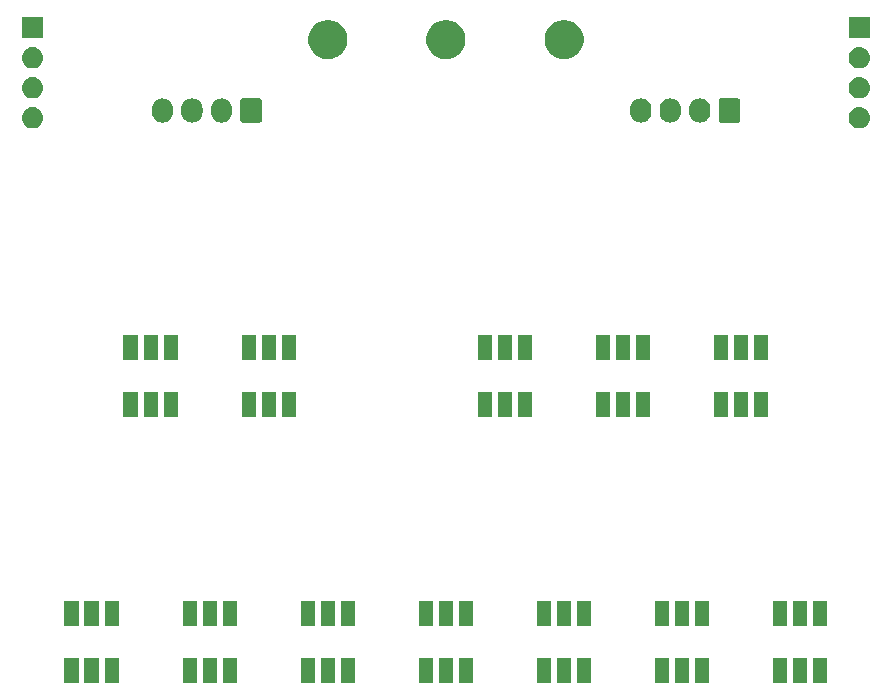
<source format=gbr>
G04 #@! TF.GenerationSoftware,KiCad,Pcbnew,(5.1.0)-1*
G04 #@! TF.CreationDate,2019-04-08T11:36:16+09:00*
G04 #@! TF.ProjectId,APA102,41504131-3032-42e6-9b69-6361645f7063,rev?*
G04 #@! TF.SameCoordinates,Original*
G04 #@! TF.FileFunction,Soldermask,Top*
G04 #@! TF.FilePolarity,Negative*
%FSLAX46Y46*%
G04 Gerber Fmt 4.6, Leading zero omitted, Abs format (unit mm)*
G04 Created by KiCad (PCBNEW (5.1.0)-1) date 2019-04-08 11:36:16*
%MOMM*%
%LPD*%
G04 APERTURE LIST*
%ADD10C,0.100000*%
G04 APERTURE END LIST*
D10*
G36*
X155601000Y-89451000D02*
G01*
X154399000Y-89451000D01*
X154399000Y-87349000D01*
X155601000Y-87349000D01*
X155601000Y-89451000D01*
X155601000Y-89451000D01*
G37*
G36*
X123901000Y-89451000D02*
G01*
X122699000Y-89451000D01*
X122699000Y-87349000D01*
X123901000Y-87349000D01*
X123901000Y-89451000D01*
X123901000Y-89451000D01*
G37*
G36*
X153901000Y-89451000D02*
G01*
X152699000Y-89451000D01*
X152699000Y-87349000D01*
X153901000Y-87349000D01*
X153901000Y-89451000D01*
X153901000Y-89451000D01*
G37*
G36*
X163901000Y-89451000D02*
G01*
X162699000Y-89451000D01*
X162699000Y-87349000D01*
X163901000Y-87349000D01*
X163901000Y-89451000D01*
X163901000Y-89451000D01*
G37*
G36*
X167301000Y-89451000D02*
G01*
X166099000Y-89451000D01*
X166099000Y-87349000D01*
X167301000Y-87349000D01*
X167301000Y-89451000D01*
X167301000Y-89451000D01*
G37*
G36*
X103901000Y-89451000D02*
G01*
X102699000Y-89451000D01*
X102699000Y-87349000D01*
X103901000Y-87349000D01*
X103901000Y-89451000D01*
X103901000Y-89451000D01*
G37*
G36*
X105601000Y-89451000D02*
G01*
X104399000Y-89451000D01*
X104399000Y-87349000D01*
X105601000Y-87349000D01*
X105601000Y-89451000D01*
X105601000Y-89451000D01*
G37*
G36*
X107301000Y-89451000D02*
G01*
X106099000Y-89451000D01*
X106099000Y-87349000D01*
X107301000Y-87349000D01*
X107301000Y-89451000D01*
X107301000Y-89451000D01*
G37*
G36*
X113901000Y-89451000D02*
G01*
X112699000Y-89451000D01*
X112699000Y-87349000D01*
X113901000Y-87349000D01*
X113901000Y-89451000D01*
X113901000Y-89451000D01*
G37*
G36*
X115601000Y-89451000D02*
G01*
X114399000Y-89451000D01*
X114399000Y-87349000D01*
X115601000Y-87349000D01*
X115601000Y-89451000D01*
X115601000Y-89451000D01*
G37*
G36*
X117301000Y-89451000D02*
G01*
X116099000Y-89451000D01*
X116099000Y-87349000D01*
X117301000Y-87349000D01*
X117301000Y-89451000D01*
X117301000Y-89451000D01*
G37*
G36*
X125601000Y-89451000D02*
G01*
X124399000Y-89451000D01*
X124399000Y-87349000D01*
X125601000Y-87349000D01*
X125601000Y-89451000D01*
X125601000Y-89451000D01*
G37*
G36*
X127301000Y-89451000D02*
G01*
X126099000Y-89451000D01*
X126099000Y-87349000D01*
X127301000Y-87349000D01*
X127301000Y-89451000D01*
X127301000Y-89451000D01*
G37*
G36*
X137301000Y-89451000D02*
G01*
X136099000Y-89451000D01*
X136099000Y-87349000D01*
X137301000Y-87349000D01*
X137301000Y-89451000D01*
X137301000Y-89451000D01*
G37*
G36*
X135601000Y-89451000D02*
G01*
X134399000Y-89451000D01*
X134399000Y-87349000D01*
X135601000Y-87349000D01*
X135601000Y-89451000D01*
X135601000Y-89451000D01*
G37*
G36*
X133901000Y-89451000D02*
G01*
X132699000Y-89451000D01*
X132699000Y-87349000D01*
X133901000Y-87349000D01*
X133901000Y-89451000D01*
X133901000Y-89451000D01*
G37*
G36*
X147301000Y-89451000D02*
G01*
X146099000Y-89451000D01*
X146099000Y-87349000D01*
X147301000Y-87349000D01*
X147301000Y-89451000D01*
X147301000Y-89451000D01*
G37*
G36*
X145601000Y-89451000D02*
G01*
X144399000Y-89451000D01*
X144399000Y-87349000D01*
X145601000Y-87349000D01*
X145601000Y-89451000D01*
X145601000Y-89451000D01*
G37*
G36*
X143901000Y-89451000D02*
G01*
X142699000Y-89451000D01*
X142699000Y-87349000D01*
X143901000Y-87349000D01*
X143901000Y-89451000D01*
X143901000Y-89451000D01*
G37*
G36*
X157301000Y-89451000D02*
G01*
X156099000Y-89451000D01*
X156099000Y-87349000D01*
X157301000Y-87349000D01*
X157301000Y-89451000D01*
X157301000Y-89451000D01*
G37*
G36*
X165601000Y-89451000D02*
G01*
X164399000Y-89451000D01*
X164399000Y-87349000D01*
X165601000Y-87349000D01*
X165601000Y-89451000D01*
X165601000Y-89451000D01*
G37*
G36*
X133901000Y-84651000D02*
G01*
X132699000Y-84651000D01*
X132699000Y-82549000D01*
X133901000Y-82549000D01*
X133901000Y-84651000D01*
X133901000Y-84651000D01*
G37*
G36*
X135601000Y-84651000D02*
G01*
X134399000Y-84651000D01*
X134399000Y-82549000D01*
X135601000Y-82549000D01*
X135601000Y-84651000D01*
X135601000Y-84651000D01*
G37*
G36*
X137301000Y-84651000D02*
G01*
X136099000Y-84651000D01*
X136099000Y-82549000D01*
X137301000Y-82549000D01*
X137301000Y-84651000D01*
X137301000Y-84651000D01*
G37*
G36*
X143901000Y-84651000D02*
G01*
X142699000Y-84651000D01*
X142699000Y-82549000D01*
X143901000Y-82549000D01*
X143901000Y-84651000D01*
X143901000Y-84651000D01*
G37*
G36*
X145601000Y-84651000D02*
G01*
X144399000Y-84651000D01*
X144399000Y-82549000D01*
X145601000Y-82549000D01*
X145601000Y-84651000D01*
X145601000Y-84651000D01*
G37*
G36*
X147301000Y-84651000D02*
G01*
X146099000Y-84651000D01*
X146099000Y-82549000D01*
X147301000Y-82549000D01*
X147301000Y-84651000D01*
X147301000Y-84651000D01*
G37*
G36*
X153901000Y-84651000D02*
G01*
X152699000Y-84651000D01*
X152699000Y-82549000D01*
X153901000Y-82549000D01*
X153901000Y-84651000D01*
X153901000Y-84651000D01*
G37*
G36*
X155601000Y-84651000D02*
G01*
X154399000Y-84651000D01*
X154399000Y-82549000D01*
X155601000Y-82549000D01*
X155601000Y-84651000D01*
X155601000Y-84651000D01*
G37*
G36*
X157301000Y-84651000D02*
G01*
X156099000Y-84651000D01*
X156099000Y-82549000D01*
X157301000Y-82549000D01*
X157301000Y-84651000D01*
X157301000Y-84651000D01*
G37*
G36*
X163901000Y-84651000D02*
G01*
X162699000Y-84651000D01*
X162699000Y-82549000D01*
X163901000Y-82549000D01*
X163901000Y-84651000D01*
X163901000Y-84651000D01*
G37*
G36*
X103901000Y-84651000D02*
G01*
X102699000Y-84651000D01*
X102699000Y-82549000D01*
X103901000Y-82549000D01*
X103901000Y-84651000D01*
X103901000Y-84651000D01*
G37*
G36*
X125601000Y-84651000D02*
G01*
X124399000Y-84651000D01*
X124399000Y-82549000D01*
X125601000Y-82549000D01*
X125601000Y-84651000D01*
X125601000Y-84651000D01*
G37*
G36*
X127301000Y-84651000D02*
G01*
X126099000Y-84651000D01*
X126099000Y-82549000D01*
X127301000Y-82549000D01*
X127301000Y-84651000D01*
X127301000Y-84651000D01*
G37*
G36*
X167301000Y-84651000D02*
G01*
X166099000Y-84651000D01*
X166099000Y-82549000D01*
X167301000Y-82549000D01*
X167301000Y-84651000D01*
X167301000Y-84651000D01*
G37*
G36*
X107301000Y-84651000D02*
G01*
X106099000Y-84651000D01*
X106099000Y-82549000D01*
X107301000Y-82549000D01*
X107301000Y-84651000D01*
X107301000Y-84651000D01*
G37*
G36*
X105601000Y-84651000D02*
G01*
X104399000Y-84651000D01*
X104399000Y-82549000D01*
X105601000Y-82549000D01*
X105601000Y-84651000D01*
X105601000Y-84651000D01*
G37*
G36*
X165601000Y-84651000D02*
G01*
X164399000Y-84651000D01*
X164399000Y-82549000D01*
X165601000Y-82549000D01*
X165601000Y-84651000D01*
X165601000Y-84651000D01*
G37*
G36*
X117301000Y-84651000D02*
G01*
X116099000Y-84651000D01*
X116099000Y-82549000D01*
X117301000Y-82549000D01*
X117301000Y-84651000D01*
X117301000Y-84651000D01*
G37*
G36*
X115601000Y-84651000D02*
G01*
X114399000Y-84651000D01*
X114399000Y-82549000D01*
X115601000Y-82549000D01*
X115601000Y-84651000D01*
X115601000Y-84651000D01*
G37*
G36*
X113901000Y-84651000D02*
G01*
X112699000Y-84651000D01*
X112699000Y-82549000D01*
X113901000Y-82549000D01*
X113901000Y-84651000D01*
X113901000Y-84651000D01*
G37*
G36*
X123901000Y-84651000D02*
G01*
X122699000Y-84651000D01*
X122699000Y-82549000D01*
X123901000Y-82549000D01*
X123901000Y-84651000D01*
X123901000Y-84651000D01*
G37*
G36*
X112301000Y-66951000D02*
G01*
X111099000Y-66951000D01*
X111099000Y-64849000D01*
X112301000Y-64849000D01*
X112301000Y-66951000D01*
X112301000Y-66951000D01*
G37*
G36*
X120601000Y-66951000D02*
G01*
X119399000Y-66951000D01*
X119399000Y-64849000D01*
X120601000Y-64849000D01*
X120601000Y-66951000D01*
X120601000Y-66951000D01*
G37*
G36*
X118901000Y-66951000D02*
G01*
X117699000Y-66951000D01*
X117699000Y-64849000D01*
X118901000Y-64849000D01*
X118901000Y-66951000D01*
X118901000Y-66951000D01*
G37*
G36*
X152301000Y-66951000D02*
G01*
X151099000Y-66951000D01*
X151099000Y-64849000D01*
X152301000Y-64849000D01*
X152301000Y-66951000D01*
X152301000Y-66951000D01*
G37*
G36*
X162301000Y-66951000D02*
G01*
X161099000Y-66951000D01*
X161099000Y-64849000D01*
X162301000Y-64849000D01*
X162301000Y-66951000D01*
X162301000Y-66951000D01*
G37*
G36*
X148901000Y-66951000D02*
G01*
X147699000Y-66951000D01*
X147699000Y-64849000D01*
X148901000Y-64849000D01*
X148901000Y-66951000D01*
X148901000Y-66951000D01*
G37*
G36*
X142301000Y-66951000D02*
G01*
X141099000Y-66951000D01*
X141099000Y-64849000D01*
X142301000Y-64849000D01*
X142301000Y-66951000D01*
X142301000Y-66951000D01*
G37*
G36*
X140601000Y-66951000D02*
G01*
X139399000Y-66951000D01*
X139399000Y-64849000D01*
X140601000Y-64849000D01*
X140601000Y-66951000D01*
X140601000Y-66951000D01*
G37*
G36*
X122301000Y-66951000D02*
G01*
X121099000Y-66951000D01*
X121099000Y-64849000D01*
X122301000Y-64849000D01*
X122301000Y-66951000D01*
X122301000Y-66951000D01*
G37*
G36*
X108901000Y-66951000D02*
G01*
X107699000Y-66951000D01*
X107699000Y-64849000D01*
X108901000Y-64849000D01*
X108901000Y-66951000D01*
X108901000Y-66951000D01*
G37*
G36*
X110601000Y-66951000D02*
G01*
X109399000Y-66951000D01*
X109399000Y-64849000D01*
X110601000Y-64849000D01*
X110601000Y-66951000D01*
X110601000Y-66951000D01*
G37*
G36*
X160601000Y-66951000D02*
G01*
X159399000Y-66951000D01*
X159399000Y-64849000D01*
X160601000Y-64849000D01*
X160601000Y-66951000D01*
X160601000Y-66951000D01*
G37*
G36*
X158901000Y-66951000D02*
G01*
X157699000Y-66951000D01*
X157699000Y-64849000D01*
X158901000Y-64849000D01*
X158901000Y-66951000D01*
X158901000Y-66951000D01*
G37*
G36*
X150601000Y-66951000D02*
G01*
X149399000Y-66951000D01*
X149399000Y-64849000D01*
X150601000Y-64849000D01*
X150601000Y-66951000D01*
X150601000Y-66951000D01*
G37*
G36*
X138901000Y-66951000D02*
G01*
X137699000Y-66951000D01*
X137699000Y-64849000D01*
X138901000Y-64849000D01*
X138901000Y-66951000D01*
X138901000Y-66951000D01*
G37*
G36*
X112301000Y-62151000D02*
G01*
X111099000Y-62151000D01*
X111099000Y-60049000D01*
X112301000Y-60049000D01*
X112301000Y-62151000D01*
X112301000Y-62151000D01*
G37*
G36*
X118901000Y-62151000D02*
G01*
X117699000Y-62151000D01*
X117699000Y-60049000D01*
X118901000Y-60049000D01*
X118901000Y-62151000D01*
X118901000Y-62151000D01*
G37*
G36*
X122301000Y-62151000D02*
G01*
X121099000Y-62151000D01*
X121099000Y-60049000D01*
X122301000Y-60049000D01*
X122301000Y-62151000D01*
X122301000Y-62151000D01*
G37*
G36*
X110601000Y-62151000D02*
G01*
X109399000Y-62151000D01*
X109399000Y-60049000D01*
X110601000Y-60049000D01*
X110601000Y-62151000D01*
X110601000Y-62151000D01*
G37*
G36*
X108901000Y-62151000D02*
G01*
X107699000Y-62151000D01*
X107699000Y-60049000D01*
X108901000Y-60049000D01*
X108901000Y-62151000D01*
X108901000Y-62151000D01*
G37*
G36*
X120601000Y-62151000D02*
G01*
X119399000Y-62151000D01*
X119399000Y-60049000D01*
X120601000Y-60049000D01*
X120601000Y-62151000D01*
X120601000Y-62151000D01*
G37*
G36*
X152301000Y-62151000D02*
G01*
X151099000Y-62151000D01*
X151099000Y-60049000D01*
X152301000Y-60049000D01*
X152301000Y-62151000D01*
X152301000Y-62151000D01*
G37*
G36*
X138901000Y-62151000D02*
G01*
X137699000Y-62151000D01*
X137699000Y-60049000D01*
X138901000Y-60049000D01*
X138901000Y-62151000D01*
X138901000Y-62151000D01*
G37*
G36*
X142301000Y-62151000D02*
G01*
X141099000Y-62151000D01*
X141099000Y-60049000D01*
X142301000Y-60049000D01*
X142301000Y-62151000D01*
X142301000Y-62151000D01*
G37*
G36*
X162301000Y-62151000D02*
G01*
X161099000Y-62151000D01*
X161099000Y-60049000D01*
X162301000Y-60049000D01*
X162301000Y-62151000D01*
X162301000Y-62151000D01*
G37*
G36*
X160601000Y-62151000D02*
G01*
X159399000Y-62151000D01*
X159399000Y-60049000D01*
X160601000Y-60049000D01*
X160601000Y-62151000D01*
X160601000Y-62151000D01*
G37*
G36*
X150601000Y-62151000D02*
G01*
X149399000Y-62151000D01*
X149399000Y-60049000D01*
X150601000Y-60049000D01*
X150601000Y-62151000D01*
X150601000Y-62151000D01*
G37*
G36*
X158901000Y-62151000D02*
G01*
X157699000Y-62151000D01*
X157699000Y-60049000D01*
X158901000Y-60049000D01*
X158901000Y-62151000D01*
X158901000Y-62151000D01*
G37*
G36*
X140601000Y-62151000D02*
G01*
X139399000Y-62151000D01*
X139399000Y-60049000D01*
X140601000Y-60049000D01*
X140601000Y-62151000D01*
X140601000Y-62151000D01*
G37*
G36*
X148901000Y-62151000D02*
G01*
X147699000Y-62151000D01*
X147699000Y-60049000D01*
X148901000Y-60049000D01*
X148901000Y-62151000D01*
X148901000Y-62151000D01*
G37*
G36*
X100110443Y-40725519D02*
G01*
X100176627Y-40732037D01*
X100346466Y-40783557D01*
X100502991Y-40867222D01*
X100538729Y-40896552D01*
X100640186Y-40979814D01*
X100723448Y-41081271D01*
X100752778Y-41117009D01*
X100836443Y-41273534D01*
X100887963Y-41443373D01*
X100905359Y-41620000D01*
X100887963Y-41796627D01*
X100836443Y-41966466D01*
X100752778Y-42122991D01*
X100723448Y-42158729D01*
X100640186Y-42260186D01*
X100538729Y-42343448D01*
X100502991Y-42372778D01*
X100346466Y-42456443D01*
X100176627Y-42507963D01*
X100110442Y-42514482D01*
X100044260Y-42521000D01*
X99955740Y-42521000D01*
X99889558Y-42514482D01*
X99823373Y-42507963D01*
X99653534Y-42456443D01*
X99497009Y-42372778D01*
X99461271Y-42343448D01*
X99359814Y-42260186D01*
X99276552Y-42158729D01*
X99247222Y-42122991D01*
X99163557Y-41966466D01*
X99112037Y-41796627D01*
X99094641Y-41620000D01*
X99112037Y-41443373D01*
X99163557Y-41273534D01*
X99247222Y-41117009D01*
X99276552Y-41081271D01*
X99359814Y-40979814D01*
X99461271Y-40896552D01*
X99497009Y-40867222D01*
X99653534Y-40783557D01*
X99823373Y-40732037D01*
X99889557Y-40725519D01*
X99955740Y-40719000D01*
X100044260Y-40719000D01*
X100110443Y-40725519D01*
X100110443Y-40725519D01*
G37*
G36*
X170110443Y-40725519D02*
G01*
X170176627Y-40732037D01*
X170346466Y-40783557D01*
X170502991Y-40867222D01*
X170538729Y-40896552D01*
X170640186Y-40979814D01*
X170723448Y-41081271D01*
X170752778Y-41117009D01*
X170836443Y-41273534D01*
X170887963Y-41443373D01*
X170905359Y-41620000D01*
X170887963Y-41796627D01*
X170836443Y-41966466D01*
X170752778Y-42122991D01*
X170723448Y-42158729D01*
X170640186Y-42260186D01*
X170538729Y-42343448D01*
X170502991Y-42372778D01*
X170346466Y-42456443D01*
X170176627Y-42507963D01*
X170110443Y-42514481D01*
X170044260Y-42521000D01*
X169955740Y-42521000D01*
X169889558Y-42514482D01*
X169823373Y-42507963D01*
X169653534Y-42456443D01*
X169497009Y-42372778D01*
X169461271Y-42343448D01*
X169359814Y-42260186D01*
X169276552Y-42158729D01*
X169247222Y-42122991D01*
X169163557Y-41966466D01*
X169112037Y-41796627D01*
X169094641Y-41620000D01*
X169112037Y-41443373D01*
X169163557Y-41273534D01*
X169247222Y-41117009D01*
X169276552Y-41081271D01*
X169359814Y-40979814D01*
X169461271Y-40896552D01*
X169497009Y-40867222D01*
X169653534Y-40783557D01*
X169823373Y-40732037D01*
X169889557Y-40725519D01*
X169955740Y-40719000D01*
X170044260Y-40719000D01*
X170110443Y-40725519D01*
X170110443Y-40725519D01*
G37*
G36*
X116176627Y-39987037D02*
G01*
X116346466Y-40038557D01*
X116502991Y-40122222D01*
X116538729Y-40151552D01*
X116640186Y-40234814D01*
X116723448Y-40336271D01*
X116752778Y-40372009D01*
X116836443Y-40528534D01*
X116887963Y-40698374D01*
X116901000Y-40830743D01*
X116901000Y-41169258D01*
X116887963Y-41301627D01*
X116836443Y-41471466D01*
X116752778Y-41627991D01*
X116723448Y-41663729D01*
X116640186Y-41765186D01*
X116502989Y-41877779D01*
X116346467Y-41961442D01*
X116346465Y-41961443D01*
X116176626Y-42012963D01*
X116000000Y-42030359D01*
X115823373Y-42012963D01*
X115653534Y-41961443D01*
X115497009Y-41877778D01*
X115454750Y-41843097D01*
X115359814Y-41765186D01*
X115247221Y-41627989D01*
X115163558Y-41471467D01*
X115155036Y-41443375D01*
X115112037Y-41301626D01*
X115099000Y-41169257D01*
X115099000Y-40830742D01*
X115112037Y-40698373D01*
X115163557Y-40528534D01*
X115247222Y-40372009D01*
X115359815Y-40234815D01*
X115497010Y-40122222D01*
X115653535Y-40038557D01*
X115823374Y-39987037D01*
X116000000Y-39969641D01*
X116176627Y-39987037D01*
X116176627Y-39987037D01*
G37*
G36*
X154176627Y-39987037D02*
G01*
X154346466Y-40038557D01*
X154502991Y-40122222D01*
X154538729Y-40151552D01*
X154640186Y-40234814D01*
X154723448Y-40336271D01*
X154752778Y-40372009D01*
X154836443Y-40528534D01*
X154887963Y-40698374D01*
X154901000Y-40830743D01*
X154901000Y-41169258D01*
X154887963Y-41301627D01*
X154836443Y-41471466D01*
X154752778Y-41627991D01*
X154723448Y-41663729D01*
X154640186Y-41765186D01*
X154502989Y-41877779D01*
X154346467Y-41961442D01*
X154346465Y-41961443D01*
X154176626Y-42012963D01*
X154000000Y-42030359D01*
X153823373Y-42012963D01*
X153653534Y-41961443D01*
X153497009Y-41877778D01*
X153454750Y-41843097D01*
X153359814Y-41765186D01*
X153247221Y-41627989D01*
X153163558Y-41471467D01*
X153155036Y-41443375D01*
X153112037Y-41301626D01*
X153099000Y-41169257D01*
X153099000Y-40830742D01*
X153112037Y-40698373D01*
X153163557Y-40528534D01*
X153247222Y-40372009D01*
X153359815Y-40234815D01*
X153497010Y-40122222D01*
X153653535Y-40038557D01*
X153823374Y-39987037D01*
X154000000Y-39969641D01*
X154176627Y-39987037D01*
X154176627Y-39987037D01*
G37*
G36*
X151676627Y-39987037D02*
G01*
X151846466Y-40038557D01*
X152002991Y-40122222D01*
X152038729Y-40151552D01*
X152140186Y-40234814D01*
X152223448Y-40336271D01*
X152252778Y-40372009D01*
X152336443Y-40528534D01*
X152387963Y-40698374D01*
X152401000Y-40830743D01*
X152401000Y-41169258D01*
X152387963Y-41301627D01*
X152336443Y-41471466D01*
X152252778Y-41627991D01*
X152223448Y-41663729D01*
X152140186Y-41765186D01*
X152002989Y-41877779D01*
X151846467Y-41961442D01*
X151846465Y-41961443D01*
X151676626Y-42012963D01*
X151500000Y-42030359D01*
X151323373Y-42012963D01*
X151153534Y-41961443D01*
X150997009Y-41877778D01*
X150954750Y-41843097D01*
X150859814Y-41765186D01*
X150747221Y-41627989D01*
X150663558Y-41471467D01*
X150655036Y-41443375D01*
X150612037Y-41301626D01*
X150599000Y-41169257D01*
X150599000Y-40830742D01*
X150612037Y-40698373D01*
X150663557Y-40528534D01*
X150747222Y-40372009D01*
X150859815Y-40234815D01*
X150997010Y-40122222D01*
X151153535Y-40038557D01*
X151323374Y-39987037D01*
X151500000Y-39969641D01*
X151676627Y-39987037D01*
X151676627Y-39987037D01*
G37*
G36*
X113676627Y-39987037D02*
G01*
X113846466Y-40038557D01*
X114002991Y-40122222D01*
X114038729Y-40151552D01*
X114140186Y-40234814D01*
X114223448Y-40336271D01*
X114252778Y-40372009D01*
X114336443Y-40528534D01*
X114387963Y-40698374D01*
X114401000Y-40830743D01*
X114401000Y-41169258D01*
X114387963Y-41301627D01*
X114336443Y-41471466D01*
X114252778Y-41627991D01*
X114223448Y-41663729D01*
X114140186Y-41765186D01*
X114002989Y-41877779D01*
X113846467Y-41961442D01*
X113846465Y-41961443D01*
X113676626Y-42012963D01*
X113500000Y-42030359D01*
X113323373Y-42012963D01*
X113153534Y-41961443D01*
X112997009Y-41877778D01*
X112954750Y-41843097D01*
X112859814Y-41765186D01*
X112747221Y-41627989D01*
X112663558Y-41471467D01*
X112655036Y-41443375D01*
X112612037Y-41301626D01*
X112599000Y-41169257D01*
X112599000Y-40830742D01*
X112612037Y-40698373D01*
X112663557Y-40528534D01*
X112747222Y-40372009D01*
X112859815Y-40234815D01*
X112997010Y-40122222D01*
X113153535Y-40038557D01*
X113323374Y-39987037D01*
X113500000Y-39969641D01*
X113676627Y-39987037D01*
X113676627Y-39987037D01*
G37*
G36*
X111176627Y-39987037D02*
G01*
X111346466Y-40038557D01*
X111502991Y-40122222D01*
X111538729Y-40151552D01*
X111640186Y-40234814D01*
X111723448Y-40336271D01*
X111752778Y-40372009D01*
X111836443Y-40528534D01*
X111887963Y-40698374D01*
X111901000Y-40830743D01*
X111901000Y-41169258D01*
X111887963Y-41301627D01*
X111836443Y-41471466D01*
X111752778Y-41627991D01*
X111723448Y-41663729D01*
X111640186Y-41765186D01*
X111502989Y-41877779D01*
X111346467Y-41961442D01*
X111346465Y-41961443D01*
X111176626Y-42012963D01*
X111000000Y-42030359D01*
X110823373Y-42012963D01*
X110653534Y-41961443D01*
X110497009Y-41877778D01*
X110454750Y-41843097D01*
X110359814Y-41765186D01*
X110247221Y-41627989D01*
X110163558Y-41471467D01*
X110155036Y-41443375D01*
X110112037Y-41301626D01*
X110099000Y-41169257D01*
X110099000Y-40830742D01*
X110112037Y-40698373D01*
X110163557Y-40528534D01*
X110247222Y-40372009D01*
X110359815Y-40234815D01*
X110497010Y-40122222D01*
X110653535Y-40038557D01*
X110823374Y-39987037D01*
X111000000Y-39969641D01*
X111176627Y-39987037D01*
X111176627Y-39987037D01*
G37*
G36*
X156676627Y-39987037D02*
G01*
X156846466Y-40038557D01*
X157002991Y-40122222D01*
X157038729Y-40151552D01*
X157140186Y-40234814D01*
X157223448Y-40336271D01*
X157252778Y-40372009D01*
X157336443Y-40528534D01*
X157387963Y-40698374D01*
X157401000Y-40830743D01*
X157401000Y-41169258D01*
X157387963Y-41301627D01*
X157336443Y-41471466D01*
X157252778Y-41627991D01*
X157223448Y-41663729D01*
X157140186Y-41765186D01*
X157002989Y-41877779D01*
X156846467Y-41961442D01*
X156846465Y-41961443D01*
X156676626Y-42012963D01*
X156500000Y-42030359D01*
X156323373Y-42012963D01*
X156153534Y-41961443D01*
X155997009Y-41877778D01*
X155954750Y-41843097D01*
X155859814Y-41765186D01*
X155747221Y-41627989D01*
X155663558Y-41471467D01*
X155655036Y-41443375D01*
X155612037Y-41301626D01*
X155599000Y-41169257D01*
X155599000Y-40830742D01*
X155612037Y-40698373D01*
X155663557Y-40528534D01*
X155747222Y-40372009D01*
X155859815Y-40234815D01*
X155997010Y-40122222D01*
X156153535Y-40038557D01*
X156323374Y-39987037D01*
X156500000Y-39969641D01*
X156676627Y-39987037D01*
X156676627Y-39987037D01*
G37*
G36*
X119258600Y-39977989D02*
G01*
X119291652Y-39988015D01*
X119322103Y-40004292D01*
X119348799Y-40026201D01*
X119370708Y-40052897D01*
X119386985Y-40083348D01*
X119397011Y-40116400D01*
X119401000Y-40156903D01*
X119401000Y-41843097D01*
X119397011Y-41883600D01*
X119386985Y-41916652D01*
X119370708Y-41947103D01*
X119348799Y-41973799D01*
X119322103Y-41995708D01*
X119291652Y-42011985D01*
X119258600Y-42022011D01*
X119218097Y-42026000D01*
X117781903Y-42026000D01*
X117741400Y-42022011D01*
X117708348Y-42011985D01*
X117677897Y-41995708D01*
X117651201Y-41973799D01*
X117629292Y-41947103D01*
X117613015Y-41916652D01*
X117602989Y-41883600D01*
X117599000Y-41843097D01*
X117599000Y-40156903D01*
X117602989Y-40116400D01*
X117613015Y-40083348D01*
X117629292Y-40052897D01*
X117651201Y-40026201D01*
X117677897Y-40004292D01*
X117708348Y-39988015D01*
X117741400Y-39977989D01*
X117781903Y-39974000D01*
X119218097Y-39974000D01*
X119258600Y-39977989D01*
X119258600Y-39977989D01*
G37*
G36*
X159758600Y-39977989D02*
G01*
X159791652Y-39988015D01*
X159822103Y-40004292D01*
X159848799Y-40026201D01*
X159870708Y-40052897D01*
X159886985Y-40083348D01*
X159897011Y-40116400D01*
X159901000Y-40156903D01*
X159901000Y-41843097D01*
X159897011Y-41883600D01*
X159886985Y-41916652D01*
X159870708Y-41947103D01*
X159848799Y-41973799D01*
X159822103Y-41995708D01*
X159791652Y-42011985D01*
X159758600Y-42022011D01*
X159718097Y-42026000D01*
X158281903Y-42026000D01*
X158241400Y-42022011D01*
X158208348Y-42011985D01*
X158177897Y-41995708D01*
X158151201Y-41973799D01*
X158129292Y-41947103D01*
X158113015Y-41916652D01*
X158102989Y-41883600D01*
X158099000Y-41843097D01*
X158099000Y-40156903D01*
X158102989Y-40116400D01*
X158113015Y-40083348D01*
X158129292Y-40052897D01*
X158151201Y-40026201D01*
X158177897Y-40004292D01*
X158208348Y-39988015D01*
X158241400Y-39977989D01*
X158281903Y-39974000D01*
X159718097Y-39974000D01*
X159758600Y-39977989D01*
X159758600Y-39977989D01*
G37*
G36*
X170110442Y-38185518D02*
G01*
X170176627Y-38192037D01*
X170346466Y-38243557D01*
X170502991Y-38327222D01*
X170538729Y-38356552D01*
X170640186Y-38439814D01*
X170723448Y-38541271D01*
X170752778Y-38577009D01*
X170836443Y-38733534D01*
X170887963Y-38903373D01*
X170905359Y-39080000D01*
X170887963Y-39256627D01*
X170836443Y-39426466D01*
X170752778Y-39582991D01*
X170723448Y-39618729D01*
X170640186Y-39720186D01*
X170538729Y-39803448D01*
X170502991Y-39832778D01*
X170346466Y-39916443D01*
X170176627Y-39967963D01*
X170115331Y-39974000D01*
X170044260Y-39981000D01*
X169955740Y-39981000D01*
X169884669Y-39974000D01*
X169823373Y-39967963D01*
X169653534Y-39916443D01*
X169497009Y-39832778D01*
X169461271Y-39803448D01*
X169359814Y-39720186D01*
X169276552Y-39618729D01*
X169247222Y-39582991D01*
X169163557Y-39426466D01*
X169112037Y-39256627D01*
X169094641Y-39080000D01*
X169112037Y-38903373D01*
X169163557Y-38733534D01*
X169247222Y-38577009D01*
X169276552Y-38541271D01*
X169359814Y-38439814D01*
X169461271Y-38356552D01*
X169497009Y-38327222D01*
X169653534Y-38243557D01*
X169823373Y-38192037D01*
X169889558Y-38185518D01*
X169955740Y-38179000D01*
X170044260Y-38179000D01*
X170110442Y-38185518D01*
X170110442Y-38185518D01*
G37*
G36*
X100110442Y-38185518D02*
G01*
X100176627Y-38192037D01*
X100346466Y-38243557D01*
X100502991Y-38327222D01*
X100538729Y-38356552D01*
X100640186Y-38439814D01*
X100723448Y-38541271D01*
X100752778Y-38577009D01*
X100836443Y-38733534D01*
X100887963Y-38903373D01*
X100905359Y-39080000D01*
X100887963Y-39256627D01*
X100836443Y-39426466D01*
X100752778Y-39582991D01*
X100723448Y-39618729D01*
X100640186Y-39720186D01*
X100538729Y-39803448D01*
X100502991Y-39832778D01*
X100346466Y-39916443D01*
X100176627Y-39967963D01*
X100115331Y-39974000D01*
X100044260Y-39981000D01*
X99955740Y-39981000D01*
X99884669Y-39974000D01*
X99823373Y-39967963D01*
X99653534Y-39916443D01*
X99497009Y-39832778D01*
X99461271Y-39803448D01*
X99359814Y-39720186D01*
X99276552Y-39618729D01*
X99247222Y-39582991D01*
X99163557Y-39426466D01*
X99112037Y-39256627D01*
X99094641Y-39080000D01*
X99112037Y-38903373D01*
X99163557Y-38733534D01*
X99247222Y-38577009D01*
X99276552Y-38541271D01*
X99359814Y-38439814D01*
X99461271Y-38356552D01*
X99497009Y-38327222D01*
X99653534Y-38243557D01*
X99823373Y-38192037D01*
X99889558Y-38185518D01*
X99955740Y-38179000D01*
X100044260Y-38179000D01*
X100110442Y-38185518D01*
X100110442Y-38185518D01*
G37*
G36*
X100110443Y-35645519D02*
G01*
X100176627Y-35652037D01*
X100346466Y-35703557D01*
X100502991Y-35787222D01*
X100538729Y-35816552D01*
X100640186Y-35899814D01*
X100723448Y-36001271D01*
X100752778Y-36037009D01*
X100836443Y-36193534D01*
X100887963Y-36363373D01*
X100905359Y-36540000D01*
X100887963Y-36716627D01*
X100836443Y-36886466D01*
X100752778Y-37042991D01*
X100723448Y-37078729D01*
X100640186Y-37180186D01*
X100538729Y-37263448D01*
X100502991Y-37292778D01*
X100346466Y-37376443D01*
X100176627Y-37427963D01*
X100110443Y-37434481D01*
X100044260Y-37441000D01*
X99955740Y-37441000D01*
X99889557Y-37434481D01*
X99823373Y-37427963D01*
X99653534Y-37376443D01*
X99497009Y-37292778D01*
X99461271Y-37263448D01*
X99359814Y-37180186D01*
X99276552Y-37078729D01*
X99247222Y-37042991D01*
X99163557Y-36886466D01*
X99112037Y-36716627D01*
X99094641Y-36540000D01*
X99112037Y-36363373D01*
X99163557Y-36193534D01*
X99247222Y-36037009D01*
X99276552Y-36001271D01*
X99359814Y-35899814D01*
X99461271Y-35816552D01*
X99497009Y-35787222D01*
X99653534Y-35703557D01*
X99823373Y-35652037D01*
X99889557Y-35645519D01*
X99955740Y-35639000D01*
X100044260Y-35639000D01*
X100110443Y-35645519D01*
X100110443Y-35645519D01*
G37*
G36*
X170110443Y-35645519D02*
G01*
X170176627Y-35652037D01*
X170346466Y-35703557D01*
X170502991Y-35787222D01*
X170538729Y-35816552D01*
X170640186Y-35899814D01*
X170723448Y-36001271D01*
X170752778Y-36037009D01*
X170836443Y-36193534D01*
X170887963Y-36363373D01*
X170905359Y-36540000D01*
X170887963Y-36716627D01*
X170836443Y-36886466D01*
X170752778Y-37042991D01*
X170723448Y-37078729D01*
X170640186Y-37180186D01*
X170538729Y-37263448D01*
X170502991Y-37292778D01*
X170346466Y-37376443D01*
X170176627Y-37427963D01*
X170110442Y-37434482D01*
X170044260Y-37441000D01*
X169955740Y-37441000D01*
X169889557Y-37434481D01*
X169823373Y-37427963D01*
X169653534Y-37376443D01*
X169497009Y-37292778D01*
X169461271Y-37263448D01*
X169359814Y-37180186D01*
X169276552Y-37078729D01*
X169247222Y-37042991D01*
X169163557Y-36886466D01*
X169112037Y-36716627D01*
X169094641Y-36540000D01*
X169112037Y-36363373D01*
X169163557Y-36193534D01*
X169247222Y-36037009D01*
X169276552Y-36001271D01*
X169359814Y-35899814D01*
X169461271Y-35816552D01*
X169497009Y-35787222D01*
X169653534Y-35703557D01*
X169823373Y-35652037D01*
X169889557Y-35645519D01*
X169955740Y-35639000D01*
X170044260Y-35639000D01*
X170110443Y-35645519D01*
X170110443Y-35645519D01*
G37*
G36*
X145375256Y-33391298D02*
G01*
X145481579Y-33412447D01*
X145782042Y-33536903D01*
X146052451Y-33717585D01*
X146282415Y-33947549D01*
X146463097Y-34217958D01*
X146587553Y-34518421D01*
X146651000Y-34837391D01*
X146651000Y-35162609D01*
X146587553Y-35481579D01*
X146463097Y-35782042D01*
X146282415Y-36052451D01*
X146052451Y-36282415D01*
X145782042Y-36463097D01*
X145481579Y-36587553D01*
X145375256Y-36608702D01*
X145162611Y-36651000D01*
X144837389Y-36651000D01*
X144624744Y-36608702D01*
X144518421Y-36587553D01*
X144217958Y-36463097D01*
X143947549Y-36282415D01*
X143717585Y-36052451D01*
X143536903Y-35782042D01*
X143412447Y-35481579D01*
X143349000Y-35162609D01*
X143349000Y-34837391D01*
X143412447Y-34518421D01*
X143536903Y-34217958D01*
X143717585Y-33947549D01*
X143947549Y-33717585D01*
X144217958Y-33536903D01*
X144518421Y-33412447D01*
X144624744Y-33391298D01*
X144837389Y-33349000D01*
X145162611Y-33349000D01*
X145375256Y-33391298D01*
X145375256Y-33391298D01*
G37*
G36*
X125375256Y-33391298D02*
G01*
X125481579Y-33412447D01*
X125782042Y-33536903D01*
X126052451Y-33717585D01*
X126282415Y-33947549D01*
X126463097Y-34217958D01*
X126587553Y-34518421D01*
X126651000Y-34837391D01*
X126651000Y-35162609D01*
X126587553Y-35481579D01*
X126463097Y-35782042D01*
X126282415Y-36052451D01*
X126052451Y-36282415D01*
X125782042Y-36463097D01*
X125481579Y-36587553D01*
X125375256Y-36608702D01*
X125162611Y-36651000D01*
X124837389Y-36651000D01*
X124624744Y-36608702D01*
X124518421Y-36587553D01*
X124217958Y-36463097D01*
X123947549Y-36282415D01*
X123717585Y-36052451D01*
X123536903Y-35782042D01*
X123412447Y-35481579D01*
X123349000Y-35162609D01*
X123349000Y-34837391D01*
X123412447Y-34518421D01*
X123536903Y-34217958D01*
X123717585Y-33947549D01*
X123947549Y-33717585D01*
X124217958Y-33536903D01*
X124518421Y-33412447D01*
X124624744Y-33391298D01*
X124837389Y-33349000D01*
X125162611Y-33349000D01*
X125375256Y-33391298D01*
X125375256Y-33391298D01*
G37*
G36*
X135375256Y-33391298D02*
G01*
X135481579Y-33412447D01*
X135782042Y-33536903D01*
X136052451Y-33717585D01*
X136282415Y-33947549D01*
X136463097Y-34217958D01*
X136587553Y-34518421D01*
X136651000Y-34837391D01*
X136651000Y-35162609D01*
X136587553Y-35481579D01*
X136463097Y-35782042D01*
X136282415Y-36052451D01*
X136052451Y-36282415D01*
X135782042Y-36463097D01*
X135481579Y-36587553D01*
X135375256Y-36608702D01*
X135162611Y-36651000D01*
X134837389Y-36651000D01*
X134624744Y-36608702D01*
X134518421Y-36587553D01*
X134217958Y-36463097D01*
X133947549Y-36282415D01*
X133717585Y-36052451D01*
X133536903Y-35782042D01*
X133412447Y-35481579D01*
X133349000Y-35162609D01*
X133349000Y-34837391D01*
X133412447Y-34518421D01*
X133536903Y-34217958D01*
X133717585Y-33947549D01*
X133947549Y-33717585D01*
X134217958Y-33536903D01*
X134518421Y-33412447D01*
X134624744Y-33391298D01*
X134837389Y-33349000D01*
X135162611Y-33349000D01*
X135375256Y-33391298D01*
X135375256Y-33391298D01*
G37*
G36*
X100901000Y-34901000D02*
G01*
X99099000Y-34901000D01*
X99099000Y-33099000D01*
X100901000Y-33099000D01*
X100901000Y-34901000D01*
X100901000Y-34901000D01*
G37*
G36*
X170901000Y-34901000D02*
G01*
X169099000Y-34901000D01*
X169099000Y-33099000D01*
X170901000Y-33099000D01*
X170901000Y-34901000D01*
X170901000Y-34901000D01*
G37*
M02*

</source>
